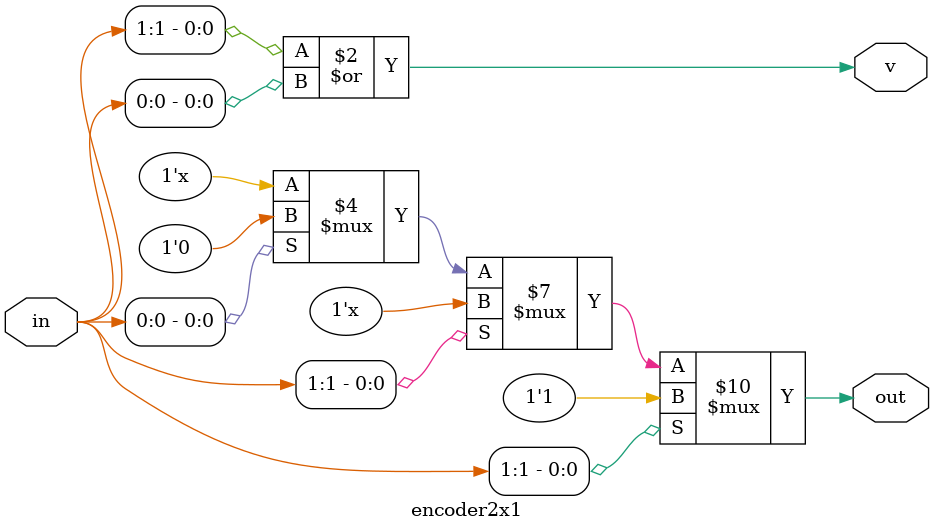
<source format=v>
`timescale 1ns / 10ps
module encoder2x1 (
    input wire [1:0] in,
    output reg out,
    output reg v
);
  always @(in) begin
    v = in[1] | in[0];
    if (in[1]) out = 1'b1;
    else if (in[0]) out = 1'b0;
    else out = 1'bx;
  end
endmodule

</source>
